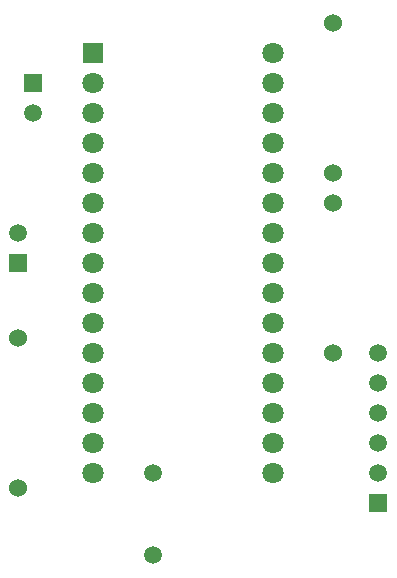
<source format=gbr>
G04 DipTrace 4.3.0.5*
G04 1 - Top.gbr*
%MOMM*%
G04 #@! TF.FileFunction,Copper,L1,Top*
G04 #@! TF.Part,Single*
G04 #@! TA.AperFunction,ComponentPad*
%ADD16R,1.5X1.5*%
%ADD17C,1.5*%
%ADD18C,1.524*%
%ADD19C,1.524*%
%ADD21R,1.8X1.8*%
%ADD22C,1.8*%
G04 #@! TA.AperFunction,ViaPad*
%ADD23C,1.5*%
%FSLAX35Y35*%
G04*
G71*
G90*
G75*
G01*
G04 Top*
%LPD*%
D23*
X2389000Y2076000D3*
Y1377500D3*
D16*
X1246000Y3854000D3*
D17*
Y4108000D3*
D16*
X4294000Y1822000D3*
D17*
Y2076000D3*
Y2330000D3*
Y2584000D3*
Y2838000D3*
Y3092000D3*
D16*
X1373000Y5378000D3*
D17*
Y5124000D3*
D18*
X1245988Y3219000D3*
D19*
X1246012Y1949000D3*
D18*
X3913000Y5886000D3*
D19*
Y4616000D3*
D18*
Y4362000D3*
D19*
Y3092000D3*
D21*
X1881000Y5632000D3*
D22*
Y5378000D3*
Y5124000D3*
Y4870000D3*
Y4616000D3*
X3405000Y2076000D3*
Y2330000D3*
Y2584000D3*
Y4616000D3*
Y4870000D3*
Y5632000D3*
X1881000Y4362000D3*
Y4108000D3*
Y3854000D3*
Y3600000D3*
Y3346000D3*
Y3092000D3*
Y2838000D3*
Y2584000D3*
Y2330000D3*
Y2076000D3*
X3405000Y2838000D3*
Y3092000D3*
Y3346000D3*
Y3600000D3*
Y3854000D3*
Y4108000D3*
Y4362000D3*
Y5124000D3*
Y5378000D3*
M02*

</source>
